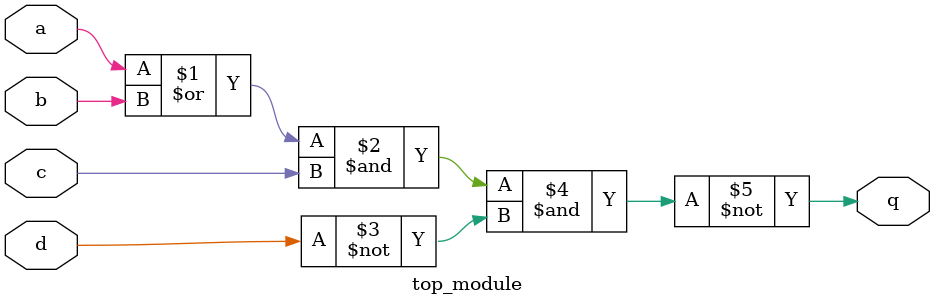
<source format=sv>
module top_module (
	input a, 
	input b, 
	input c, 
	input d,
	output q
);

	assign q = ~((a | b) & c & ~d);

endmodule

</source>
